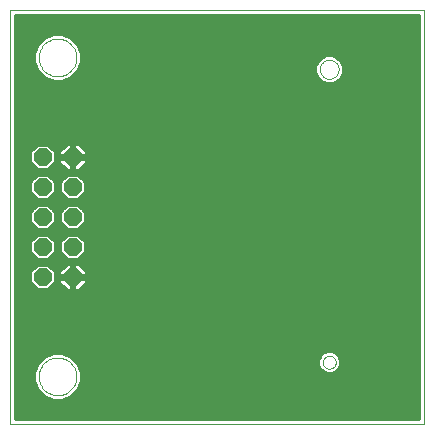
<source format=gbl>
G75*
G70*
%OFA0B0*%
%FSLAX24Y24*%
%IPPOS*%
%LPD*%
%AMOC8*
5,1,8,0,0,1.08239X$1,22.5*
%
%ADD10C,0.0000*%
%ADD11OC8,0.0600*%
%ADD12C,0.0160*%
D10*
X000377Y000377D02*
X014156Y000377D01*
X014156Y014156D01*
X000377Y014156D01*
X000377Y000377D01*
X001322Y001952D02*
X001324Y002002D01*
X001330Y002052D01*
X001340Y002101D01*
X001354Y002149D01*
X001371Y002196D01*
X001392Y002241D01*
X001417Y002285D01*
X001445Y002326D01*
X001477Y002365D01*
X001511Y002402D01*
X001548Y002436D01*
X001588Y002466D01*
X001630Y002493D01*
X001674Y002517D01*
X001720Y002538D01*
X001767Y002554D01*
X001815Y002567D01*
X001865Y002576D01*
X001914Y002581D01*
X001965Y002582D01*
X002015Y002579D01*
X002064Y002572D01*
X002113Y002561D01*
X002161Y002546D01*
X002207Y002528D01*
X002252Y002506D01*
X002295Y002480D01*
X002336Y002451D01*
X002375Y002419D01*
X002411Y002384D01*
X002443Y002346D01*
X002473Y002306D01*
X002500Y002263D01*
X002523Y002219D01*
X002542Y002173D01*
X002558Y002125D01*
X002570Y002076D01*
X002578Y002027D01*
X002582Y001977D01*
X002582Y001927D01*
X002578Y001877D01*
X002570Y001828D01*
X002558Y001779D01*
X002542Y001731D01*
X002523Y001685D01*
X002500Y001641D01*
X002473Y001598D01*
X002443Y001558D01*
X002411Y001520D01*
X002375Y001485D01*
X002336Y001453D01*
X002295Y001424D01*
X002252Y001398D01*
X002207Y001376D01*
X002161Y001358D01*
X002113Y001343D01*
X002064Y001332D01*
X002015Y001325D01*
X001965Y001322D01*
X001914Y001323D01*
X001865Y001328D01*
X001815Y001337D01*
X001767Y001350D01*
X001720Y001366D01*
X001674Y001387D01*
X001630Y001411D01*
X001588Y001438D01*
X001548Y001468D01*
X001511Y001502D01*
X001477Y001539D01*
X001445Y001578D01*
X001417Y001619D01*
X001392Y001663D01*
X001371Y001708D01*
X001354Y001755D01*
X001340Y001803D01*
X001330Y001852D01*
X001324Y001902D01*
X001322Y001952D01*
X010790Y002424D02*
X010792Y002453D01*
X010798Y002481D01*
X010807Y002509D01*
X010820Y002535D01*
X010837Y002558D01*
X010856Y002580D01*
X010878Y002599D01*
X010903Y002614D01*
X010929Y002627D01*
X010957Y002635D01*
X010985Y002640D01*
X011014Y002641D01*
X011043Y002638D01*
X011071Y002631D01*
X011098Y002621D01*
X011124Y002607D01*
X011147Y002590D01*
X011168Y002570D01*
X011186Y002547D01*
X011201Y002522D01*
X011212Y002495D01*
X011220Y002467D01*
X011224Y002438D01*
X011224Y002410D01*
X011220Y002381D01*
X011212Y002353D01*
X011201Y002326D01*
X011186Y002301D01*
X011168Y002278D01*
X011147Y002258D01*
X011124Y002241D01*
X011098Y002227D01*
X011071Y002217D01*
X011043Y002210D01*
X011014Y002207D01*
X010985Y002208D01*
X010957Y002213D01*
X010929Y002221D01*
X010903Y002234D01*
X010878Y002249D01*
X010856Y002268D01*
X010837Y002290D01*
X010820Y002313D01*
X010807Y002339D01*
X010798Y002367D01*
X010792Y002395D01*
X010790Y002424D01*
X010692Y012188D02*
X010694Y012223D01*
X010700Y012258D01*
X010710Y012292D01*
X010723Y012325D01*
X010740Y012356D01*
X010761Y012384D01*
X010784Y012411D01*
X010811Y012434D01*
X010839Y012455D01*
X010870Y012472D01*
X010903Y012485D01*
X010937Y012495D01*
X010972Y012501D01*
X011007Y012503D01*
X011042Y012501D01*
X011077Y012495D01*
X011111Y012485D01*
X011144Y012472D01*
X011175Y012455D01*
X011203Y012434D01*
X011230Y012411D01*
X011253Y012384D01*
X011274Y012356D01*
X011291Y012325D01*
X011304Y012292D01*
X011314Y012258D01*
X011320Y012223D01*
X011322Y012188D01*
X011320Y012153D01*
X011314Y012118D01*
X011304Y012084D01*
X011291Y012051D01*
X011274Y012020D01*
X011253Y011992D01*
X011230Y011965D01*
X011203Y011942D01*
X011175Y011921D01*
X011144Y011904D01*
X011111Y011891D01*
X011077Y011881D01*
X011042Y011875D01*
X011007Y011873D01*
X010972Y011875D01*
X010937Y011881D01*
X010903Y011891D01*
X010870Y011904D01*
X010839Y011921D01*
X010811Y011942D01*
X010784Y011965D01*
X010761Y011992D01*
X010740Y012020D01*
X010723Y012051D01*
X010710Y012084D01*
X010700Y012118D01*
X010694Y012153D01*
X010692Y012188D01*
X001322Y012582D02*
X001324Y012632D01*
X001330Y012682D01*
X001340Y012731D01*
X001354Y012779D01*
X001371Y012826D01*
X001392Y012871D01*
X001417Y012915D01*
X001445Y012956D01*
X001477Y012995D01*
X001511Y013032D01*
X001548Y013066D01*
X001588Y013096D01*
X001630Y013123D01*
X001674Y013147D01*
X001720Y013168D01*
X001767Y013184D01*
X001815Y013197D01*
X001865Y013206D01*
X001914Y013211D01*
X001965Y013212D01*
X002015Y013209D01*
X002064Y013202D01*
X002113Y013191D01*
X002161Y013176D01*
X002207Y013158D01*
X002252Y013136D01*
X002295Y013110D01*
X002336Y013081D01*
X002375Y013049D01*
X002411Y013014D01*
X002443Y012976D01*
X002473Y012936D01*
X002500Y012893D01*
X002523Y012849D01*
X002542Y012803D01*
X002558Y012755D01*
X002570Y012706D01*
X002578Y012657D01*
X002582Y012607D01*
X002582Y012557D01*
X002578Y012507D01*
X002570Y012458D01*
X002558Y012409D01*
X002542Y012361D01*
X002523Y012315D01*
X002500Y012271D01*
X002473Y012228D01*
X002443Y012188D01*
X002411Y012150D01*
X002375Y012115D01*
X002336Y012083D01*
X002295Y012054D01*
X002252Y012028D01*
X002207Y012006D01*
X002161Y011988D01*
X002113Y011973D01*
X002064Y011962D01*
X002015Y011955D01*
X001965Y011952D01*
X001914Y011953D01*
X001865Y011958D01*
X001815Y011967D01*
X001767Y011980D01*
X001720Y011996D01*
X001674Y012017D01*
X001630Y012041D01*
X001588Y012068D01*
X001548Y012098D01*
X001511Y012132D01*
X001477Y012169D01*
X001445Y012208D01*
X001417Y012249D01*
X001392Y012293D01*
X001371Y012338D01*
X001354Y012385D01*
X001340Y012433D01*
X001330Y012482D01*
X001324Y012532D01*
X001322Y012582D01*
D11*
X001452Y009267D03*
X002452Y009267D03*
X002452Y008267D03*
X002452Y007267D03*
X001452Y007267D03*
X001452Y008267D03*
X001452Y006267D03*
X002452Y006267D03*
X002452Y005267D03*
X001452Y005267D03*
D12*
X001123Y004973D02*
X000557Y004973D01*
X000557Y004815D02*
X002225Y004815D01*
X002253Y004787D02*
X001972Y005068D01*
X001972Y005247D01*
X002432Y005247D01*
X002432Y005287D01*
X002432Y005747D01*
X002253Y005747D01*
X001972Y005465D01*
X001972Y005287D01*
X002432Y005287D01*
X002472Y005287D01*
X002472Y005747D01*
X002650Y005747D01*
X002932Y005465D01*
X002932Y005287D01*
X002472Y005287D01*
X002472Y005247D01*
X002932Y005247D01*
X002932Y005068D01*
X002650Y004787D01*
X002472Y004787D01*
X002472Y005247D01*
X002432Y005247D01*
X002432Y004787D01*
X002253Y004787D01*
X002432Y004815D02*
X002472Y004815D01*
X002472Y004973D02*
X002432Y004973D01*
X002432Y005132D02*
X002472Y005132D01*
X002472Y005290D02*
X002432Y005290D01*
X002432Y005449D02*
X002472Y005449D01*
X002472Y005607D02*
X002432Y005607D01*
X002269Y005827D02*
X002634Y005827D01*
X002892Y006084D01*
X002892Y006449D01*
X002634Y006707D01*
X002269Y006707D01*
X002012Y006449D01*
X002012Y006084D01*
X002269Y005827D01*
X002172Y005924D02*
X001732Y005924D01*
X001634Y005827D02*
X001892Y006084D01*
X001892Y006449D01*
X001634Y006707D01*
X001269Y006707D01*
X001012Y006449D01*
X001012Y006084D01*
X001269Y005827D01*
X001634Y005827D01*
X001634Y005707D02*
X001269Y005707D01*
X001012Y005449D01*
X001012Y005084D01*
X001269Y004827D01*
X001634Y004827D01*
X001892Y005084D01*
X001892Y005449D01*
X001634Y005707D01*
X001733Y005607D02*
X002114Y005607D01*
X001972Y005449D02*
X001892Y005449D01*
X001892Y005290D02*
X001972Y005290D01*
X001972Y005132D02*
X001892Y005132D01*
X001781Y004973D02*
X002066Y004973D01*
X002679Y004815D02*
X013976Y004815D01*
X013976Y004973D02*
X002837Y004973D01*
X002932Y005132D02*
X013976Y005132D01*
X013976Y005290D02*
X002932Y005290D01*
X002932Y005449D02*
X013976Y005449D01*
X013976Y005607D02*
X002790Y005607D01*
X002732Y005924D02*
X013976Y005924D01*
X013976Y005766D02*
X000557Y005766D01*
X000557Y005924D02*
X001172Y005924D01*
X001013Y006083D02*
X000557Y006083D01*
X000557Y006241D02*
X001012Y006241D01*
X001012Y006400D02*
X000557Y006400D01*
X000557Y006558D02*
X001121Y006558D01*
X001269Y006827D02*
X001634Y006827D01*
X001892Y007084D01*
X001892Y007449D01*
X001634Y007707D01*
X001269Y007707D01*
X001012Y007449D01*
X001012Y007084D01*
X001269Y006827D01*
X001221Y006875D02*
X000557Y006875D01*
X000557Y006717D02*
X013976Y006717D01*
X013976Y006875D02*
X002683Y006875D01*
X002634Y006827D02*
X002892Y007084D01*
X002892Y007449D01*
X002634Y007707D01*
X002269Y007707D01*
X002012Y007449D01*
X002012Y007084D01*
X002269Y006827D01*
X002634Y006827D01*
X002782Y006558D02*
X013976Y006558D01*
X013976Y006400D02*
X002892Y006400D01*
X002892Y006241D02*
X013976Y006241D01*
X013976Y006083D02*
X002890Y006083D01*
X002121Y006558D02*
X001782Y006558D01*
X001892Y006400D02*
X002012Y006400D01*
X002012Y006241D02*
X001892Y006241D01*
X001890Y006083D02*
X002013Y006083D01*
X001170Y005607D02*
X000557Y005607D01*
X000557Y005449D02*
X001012Y005449D01*
X001012Y005290D02*
X000557Y005290D01*
X000557Y005132D02*
X001012Y005132D01*
X000557Y004656D02*
X013976Y004656D01*
X013976Y004498D02*
X000557Y004498D01*
X000557Y004339D02*
X013976Y004339D01*
X013976Y004181D02*
X000557Y004181D01*
X000557Y004022D02*
X013976Y004022D01*
X013976Y003864D02*
X000557Y003864D01*
X000557Y003705D02*
X013976Y003705D01*
X013976Y003547D02*
X000557Y003547D01*
X000557Y003388D02*
X013976Y003388D01*
X013976Y003230D02*
X000557Y003230D01*
X000557Y003071D02*
X013976Y003071D01*
X013976Y002913D02*
X000557Y002913D01*
X000557Y002754D02*
X001773Y002754D01*
X001791Y002762D02*
X001493Y002638D01*
X001265Y002410D01*
X001142Y002113D01*
X001142Y001791D01*
X001265Y001493D01*
X001493Y001265D01*
X001791Y001142D01*
X002113Y001142D01*
X002410Y001265D01*
X002638Y001493D01*
X002762Y001791D01*
X002762Y002113D01*
X002638Y002410D01*
X002410Y002638D01*
X002113Y002762D01*
X001791Y002762D01*
X002130Y002754D02*
X010776Y002754D01*
X010782Y002760D02*
X010671Y002649D01*
X010610Y002503D01*
X010610Y002345D01*
X010671Y002199D01*
X010782Y002088D01*
X010928Y002028D01*
X011086Y002028D01*
X011231Y002088D01*
X011343Y002199D01*
X011403Y002345D01*
X011403Y002503D01*
X011343Y002649D01*
X011231Y002760D01*
X011086Y002821D01*
X010928Y002821D01*
X010782Y002760D01*
X010649Y002596D02*
X002453Y002596D01*
X002611Y002437D02*
X010610Y002437D01*
X010638Y002279D02*
X002693Y002279D01*
X002758Y002120D02*
X010750Y002120D01*
X011264Y002120D02*
X013976Y002120D01*
X013976Y001962D02*
X002762Y001962D01*
X002762Y001803D02*
X013976Y001803D01*
X013976Y001645D02*
X002701Y001645D01*
X002632Y001486D02*
X013976Y001486D01*
X013976Y001328D02*
X002473Y001328D01*
X002179Y001169D02*
X013976Y001169D01*
X013976Y001011D02*
X000557Y001011D01*
X000557Y000852D02*
X013976Y000852D01*
X013976Y000694D02*
X000557Y000694D01*
X000557Y000557D02*
X000557Y013976D01*
X013976Y013976D01*
X013976Y000557D01*
X000557Y000557D01*
X000557Y001169D02*
X001724Y001169D01*
X001430Y001328D02*
X000557Y001328D01*
X000557Y001486D02*
X001272Y001486D01*
X001202Y001645D02*
X000557Y001645D01*
X000557Y001803D02*
X001142Y001803D01*
X001142Y001962D02*
X000557Y001962D01*
X000557Y002120D02*
X001145Y002120D01*
X001211Y002279D02*
X000557Y002279D01*
X000557Y002437D02*
X001292Y002437D01*
X001450Y002596D02*
X000557Y002596D01*
X001683Y006875D02*
X002221Y006875D01*
X002062Y007034D02*
X001841Y007034D01*
X001892Y007192D02*
X002012Y007192D01*
X002012Y007351D02*
X001892Y007351D01*
X001831Y007509D02*
X002072Y007509D01*
X002231Y007668D02*
X001673Y007668D01*
X001634Y007827D02*
X001892Y008084D01*
X001892Y008449D01*
X001634Y008707D01*
X001269Y008707D01*
X001012Y008449D01*
X001012Y008084D01*
X001269Y007827D01*
X001634Y007827D01*
X001792Y007985D02*
X002111Y007985D01*
X002012Y008084D02*
X002269Y007827D01*
X002634Y007827D01*
X002892Y008084D01*
X002892Y008449D01*
X002634Y008707D01*
X002269Y008707D01*
X002012Y008449D01*
X002012Y008084D01*
X002012Y008143D02*
X001892Y008143D01*
X001892Y008302D02*
X002012Y008302D01*
X002023Y008460D02*
X001880Y008460D01*
X001722Y008619D02*
X002182Y008619D01*
X002253Y008787D02*
X001972Y009068D01*
X001972Y009247D01*
X002432Y009247D01*
X002432Y009287D01*
X002432Y009747D01*
X002253Y009747D01*
X001972Y009465D01*
X001972Y009287D01*
X002432Y009287D01*
X002472Y009287D01*
X002472Y009747D01*
X002650Y009747D01*
X002932Y009465D01*
X002932Y009287D01*
X002472Y009287D01*
X002472Y009247D01*
X002932Y009247D01*
X002932Y009068D01*
X002650Y008787D01*
X002472Y008787D01*
X002472Y009247D01*
X002432Y009247D01*
X002432Y008787D01*
X002253Y008787D01*
X002104Y008936D02*
X001743Y008936D01*
X001634Y008827D02*
X001892Y009084D01*
X001892Y009449D01*
X001634Y009707D01*
X001269Y009707D01*
X001012Y009449D01*
X001012Y009084D01*
X001269Y008827D01*
X001634Y008827D01*
X001892Y009094D02*
X001972Y009094D01*
X001892Y009253D02*
X002432Y009253D01*
X002472Y009253D02*
X013976Y009253D01*
X013976Y009411D02*
X002932Y009411D01*
X002827Y009570D02*
X013976Y009570D01*
X013976Y009728D02*
X002669Y009728D01*
X002472Y009728D02*
X002432Y009728D01*
X002432Y009570D02*
X002472Y009570D01*
X002472Y009411D02*
X002432Y009411D01*
X002432Y009094D02*
X002472Y009094D01*
X002472Y008936D02*
X002432Y008936D01*
X002722Y008619D02*
X013976Y008619D01*
X013976Y008777D02*
X000557Y008777D01*
X000557Y008619D02*
X001182Y008619D01*
X001023Y008460D02*
X000557Y008460D01*
X000557Y008302D02*
X001012Y008302D01*
X001012Y008143D02*
X000557Y008143D01*
X000557Y007985D02*
X001111Y007985D01*
X001231Y007668D02*
X000557Y007668D01*
X000557Y007826D02*
X013976Y007826D01*
X013976Y007668D02*
X002673Y007668D01*
X002831Y007509D02*
X013976Y007509D01*
X013976Y007351D02*
X002892Y007351D01*
X002892Y007192D02*
X013976Y007192D01*
X013976Y007034D02*
X002841Y007034D01*
X002792Y007985D02*
X013976Y007985D01*
X013976Y008143D02*
X002892Y008143D01*
X002892Y008302D02*
X013976Y008302D01*
X013976Y008460D02*
X002880Y008460D01*
X002800Y008936D02*
X013976Y008936D01*
X013976Y009094D02*
X002932Y009094D01*
X002235Y009728D02*
X000557Y009728D01*
X000557Y009570D02*
X001133Y009570D01*
X001012Y009411D02*
X000557Y009411D01*
X000557Y009253D02*
X001012Y009253D01*
X001012Y009094D02*
X000557Y009094D01*
X000557Y008936D02*
X001160Y008936D01*
X001771Y009570D02*
X002076Y009570D01*
X001972Y009411D02*
X001892Y009411D01*
X000557Y009887D02*
X013976Y009887D01*
X013976Y010045D02*
X000557Y010045D01*
X000557Y010204D02*
X013976Y010204D01*
X013976Y010362D02*
X000557Y010362D01*
X000557Y010521D02*
X013976Y010521D01*
X013976Y010679D02*
X000557Y010679D01*
X000557Y010838D02*
X013976Y010838D01*
X013976Y010996D02*
X000557Y010996D01*
X000557Y011155D02*
X013976Y011155D01*
X013976Y011313D02*
X000557Y011313D01*
X000557Y011472D02*
X013976Y011472D01*
X013976Y011630D02*
X000557Y011630D01*
X000557Y011789D02*
X001749Y011789D01*
X001791Y011772D02*
X002113Y011772D01*
X002410Y011895D01*
X002638Y012123D01*
X002762Y012420D01*
X002762Y012743D01*
X002638Y013040D01*
X002410Y013268D01*
X002113Y013391D01*
X001791Y013391D01*
X001493Y013268D01*
X001265Y013040D01*
X001142Y012743D01*
X001142Y012420D01*
X001265Y012123D01*
X001493Y011895D01*
X001791Y011772D01*
X002154Y011789D02*
X010706Y011789D01*
X010726Y011768D02*
X010908Y011693D01*
X011105Y011693D01*
X011287Y011768D01*
X011426Y011908D01*
X011502Y012089D01*
X011502Y012286D01*
X011426Y012468D01*
X011287Y012607D01*
X011105Y012683D01*
X010908Y012683D01*
X010726Y012607D01*
X010587Y012468D01*
X010512Y012286D01*
X010512Y012089D01*
X010587Y011908D01*
X010726Y011768D01*
X010571Y011947D02*
X002463Y011947D01*
X002621Y012106D02*
X010512Y012106D01*
X010512Y012264D02*
X002697Y012264D01*
X002762Y012423D02*
X010568Y012423D01*
X010700Y012581D02*
X002762Y012581D01*
X002762Y012740D02*
X013976Y012740D01*
X013976Y012898D02*
X002697Y012898D01*
X002622Y013057D02*
X013976Y013057D01*
X013976Y013215D02*
X002463Y013215D01*
X002155Y013374D02*
X013976Y013374D01*
X013976Y013532D02*
X000557Y013532D01*
X000557Y013374D02*
X001748Y013374D01*
X001440Y013215D02*
X000557Y013215D01*
X000557Y013057D02*
X001282Y013057D01*
X001206Y012898D02*
X000557Y012898D01*
X000557Y012740D02*
X001142Y012740D01*
X001142Y012581D02*
X000557Y012581D01*
X000557Y012423D02*
X001142Y012423D01*
X001206Y012264D02*
X000557Y012264D01*
X000557Y012106D02*
X001282Y012106D01*
X001440Y011947D02*
X000557Y011947D01*
X000557Y013691D02*
X013976Y013691D01*
X013976Y013849D02*
X000557Y013849D01*
X000557Y007509D02*
X001072Y007509D01*
X001012Y007351D02*
X000557Y007351D01*
X000557Y007192D02*
X001012Y007192D01*
X001062Y007034D02*
X000557Y007034D01*
X011237Y002754D02*
X013976Y002754D01*
X013976Y002596D02*
X011365Y002596D01*
X011403Y002437D02*
X013976Y002437D01*
X013976Y002279D02*
X011376Y002279D01*
X011308Y011789D02*
X013976Y011789D01*
X013976Y011947D02*
X011443Y011947D01*
X011502Y012106D02*
X013976Y012106D01*
X013976Y012264D02*
X011502Y012264D01*
X011445Y012423D02*
X013976Y012423D01*
X013976Y012581D02*
X011313Y012581D01*
M02*

</source>
